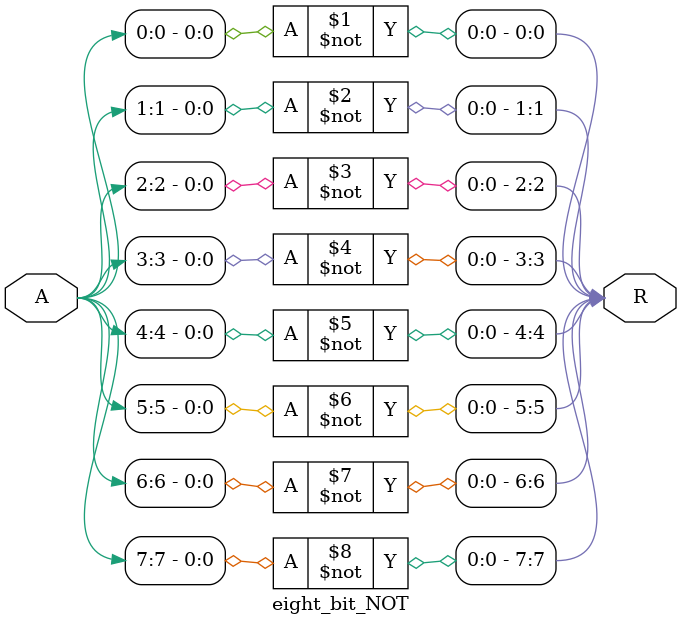
<source format=v>
module eight_bit_NOT(R,A);
		input wire[0:7] A;
		output wire[0:7] R;
		
		not(R[0],A[0]);
		not(R[1],A[1]);
		not(R[2],A[2]);
		not(R[3],A[3]);
		not(R[4],A[4]);
		not(R[5],A[5]);
		not(R[6],A[6]);
		not(R[7],A[7]);
		
endmodule
</source>
